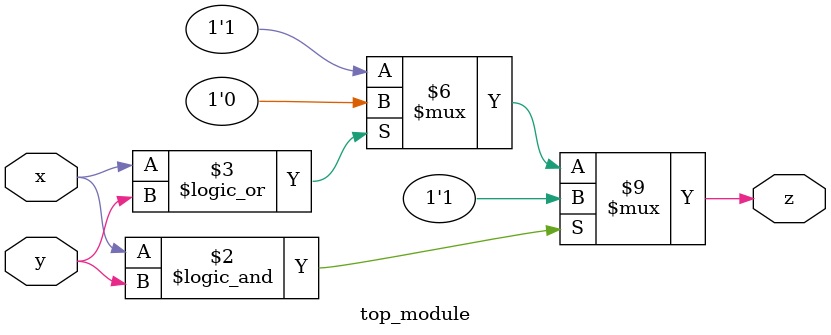
<source format=sv>
module top_module(
  input x,
  input y,
  output z);

  reg z;

  always @(x, y) begin
    if (x && y)
      z <= 1;
    else if (!(x || y))
      z <= 1;
    else
      z <= 0;
  end
endmodule

</source>
